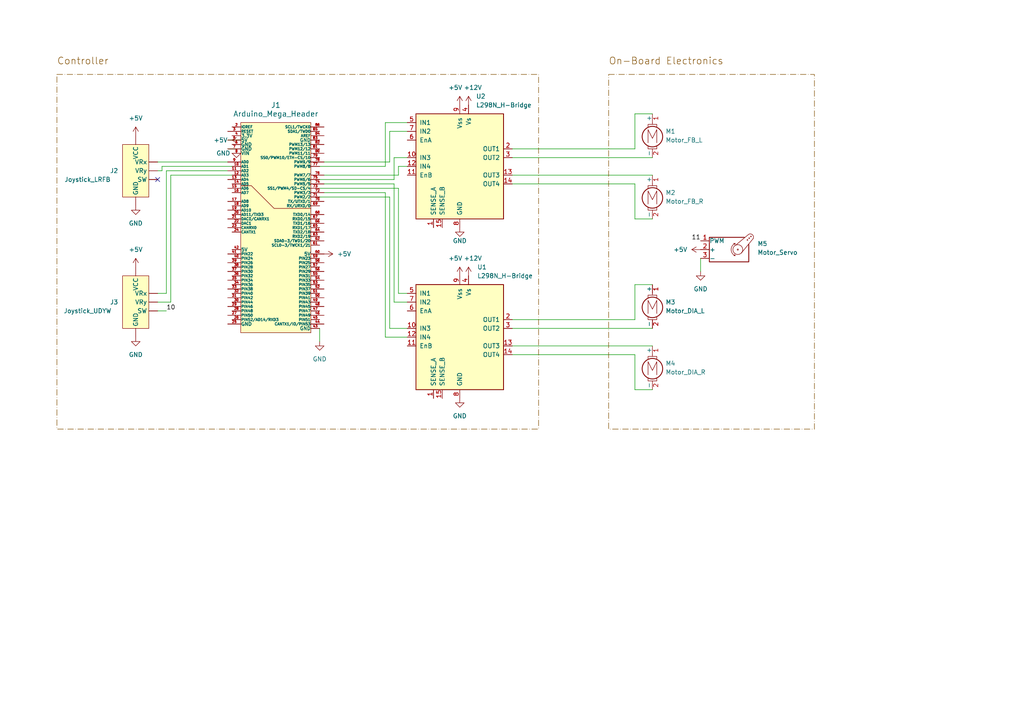
<source format=kicad_sch>
(kicad_sch (version 20230121) (generator eeschema)
  (paper "A4")
  (lib_symbols
    (symbol "Driver_Motor:L298N" (pin_names (offset 1.016))
      (property "Reference" "U" (at -10.16 16.51 0))
      (property "Value" "L298N" (at 12.7 16.51 0))
      (symbol "L298N_0_1"
        (rectangle (start -12.7 15.24) (end 12.7 -15.24) (stroke (width 0.254)) (fill (type background)))
      )
      (symbol "L298N_1_1"
        (pin power_in line (at -7.62 -17.78 90) (length 2.54) (name "SENSE_A") (number "1"))
        (pin input line (at -15.24 2.54 0) (length 2.54) (name "IN3") (number "10"))
        (pin input line (at -15.24 -2.54 0) (length 2.54) (name "EnB") (number "11"))
        (pin input line (at -15.24 0 0) (length 2.54) (name "IN4") (number "12"))
        (pin output line (at 15.24 -2.54 180) (length 2.54) (name "OUT3") (number "13"))
        (pin output line (at 15.24 -5.08 180) (length 2.54) (name "OUT4") (number "14"))
        (pin power_in line (at -5.08 -17.78 90) (length 2.54) (name "SENSE_B") (number "15"))
        (pin output line (at 15.24 5.08 180) (length 2.54) (name "OUT1") (number "2"))
        (pin output line (at 15.24 2.54 180) (length 2.54) (name "OUT2") (number "3"))
        (pin power_in line (at 2.54 17.78 270) (length 2.54) (name "Vs") (number "4"))
        (pin input line (at -15.24 12.7 0) (length 2.54) (name "IN1") (number "5"))
        (pin input line (at -15.24 7.62 0) (length 2.54) (name "EnA") (number "6"))
        (pin input line (at -15.24 10.16 0) (length 2.54) (name "IN2") (number "7"))
        (pin power_in line (at 0 -17.78 90) (length 2.54) (name "GND") (number "8"))
        (pin power_in line (at 0 17.78 270) (length 2.54) (name "Vss") (number "9"))
      )
    )
    (symbol "Motor:Motor_DC_ALT" (pin_names (offset 0))
      (property "Reference" "M" (at 2.54 2.54 0))
      (property "Value" "Motor_DC_ALT" (at 2.54 -5.08 0))
      (symbol "Motor_DC_ALT_0_0"
        (circle (center 0 -1.524) (radius 2.9718) (stroke (width 0.254)))
        (polyline (pts (xy -1.27 -4.318) (xy -1.27 -5.08) (xy 1.27 -5.08) (xy 1.27 -4.318)))
        (polyline (pts (xy -1.27 1.27) (xy -1.27 2.032) (xy 1.27 2.032) (xy 1.27 1.27)))
        (polyline (pts (xy -1.27 -3.302) (xy -1.27 0.508) (xy 0 -2.032) (xy 1.27 0.508) (xy 1.27 -3.302)))
      )
      (symbol "Motor_DC_ALT_0_1"
        (polyline (pts (xy 0 2.032) (xy 0 2.54)))
      )
      (symbol "Motor_DC_ALT_1_1"
        (pin passive line (at 0 5.08 270) (length 2.54) (name "+") (number "1"))
        (pin passive line (at 0 -7.62 90) (length 2.54) (name "-") (number "2"))
      )
    )
    (symbol "Motor:Motor_Servo" (pin_names (offset 0.0254))
      (property "Reference" "M" (at -5.08 4.445 0))
      (property "Value" "Motor_Servo" (at -5.08 -4.064 0))
      (symbol "Motor_Servo_0_1"
        (polyline (pts (xy 2.413 -1.778) (xy 2.032 -1.778)))
        (polyline (pts (xy 2.413 -1.778) (xy 2.286 -1.397)))
        (polyline (pts (xy 2.413 1.778) (xy 1.905 1.778)))
        (polyline (pts (xy 2.413 1.778) (xy 2.286 1.397)))
        (polyline (pts (xy 6.35 4.445) (xy 2.54 1.27)))
        (polyline (pts (xy 7.62 3.175) (xy 4.191 -1.016)))
        (polyline (pts (xy 5.08 3.556) (xy -5.08 3.556) (xy -5.08 -3.556) (xy 6.35 -3.556) (xy 6.35 1.524)) (stroke (width 0.254)))
        (arc (start 2.413 1.778) (mid 1.2406 0) (end 2.413 -1.778))
        (circle (center 3.175 0) (radius 0.1778))
        (circle (center 3.175 0) (radius 1.4224))
        (circle (center 5.969 2.794) (radius 0.127))
        (circle (center 6.477 3.302) (radius 0.127))
        (circle (center 6.985 3.81) (radius 0.127))
        (arc (start 7.62 3.175) (mid 7.4485 4.2735) (end 6.35 4.445))
      )
      (symbol "Motor_Servo_1_1"
        (pin passive line (at -7.62 2.54 0) (length 2.54) (name "PWM") (number "1"))
        (pin passive line (at -7.62 0 0) (length 2.54) (name "+") (number "2"))
        (pin passive line (at -7.62 -2.54 0) (length 2.54) (name "-") (number "3"))
      )
    )
    (symbol "joystick:Dual_Axis_Joystick"
      (property "Reference" "J" (at -5.08 -4.445 0))
      (property "Value" "Dual_Axis_Joystick" (at -13.335 -6.985 0))
      (symbol "Dual_Axis_Joystick_1_1"
        (rectangle (start -3.81 -1.27) (end 3.81 -16.51) (fill (type background)))
        (pin power_out line (at 0 -19.05 90) (length 2.54) (name "GND") (number ""))
        (pin output line (at 6.35 -11.43 180) (length 2.54) (name "SW") (number ""))
        (pin power_in line (at 0 1.27 270) (length 2.54) (name "VCC") (number ""))
        (pin output line (at 6.35 -6.35 180) (length 2.54) (name "VRx") (number ""))
        (pin output line (at 6.35 -8.89 180) (length 2.54) (name "VRy") (number ""))
      )
    )
    (symbol "power:+12V" (power) (pin_names (offset 0))
      (property "Value" "+12V" (at 0 3.556 0))
      (symbol "+12V_0_1"
        (polyline (pts (xy -0.762 1.27) (xy 0 2.54)))
        (polyline (pts (xy 0 0) (xy 0 2.54)))
        (polyline (pts (xy 0 2.54) (xy 0.762 1.27)))
      )
      (symbol "+12V_1_1"
        (pin power_in line (at 0 0 90) (length 0) hide (name "+12V") (number "1"))
      )
    )
    (symbol "power:+5V" (power) (pin_names (offset 0))
      (property "Value" "+5V" (at 0 3.556 0))
      (symbol "+5V_0_1"
        (polyline (pts (xy -0.762 1.27) (xy 0 2.54)))
        (polyline (pts (xy 0 0) (xy 0 2.54)))
        (polyline (pts (xy 0 2.54) (xy 0.762 1.27)))
      )
      (symbol "+5V_1_1"
        (pin power_in line (at 0 0 90) (length 0) hide (name "+5V") (number "1"))
      )
    )
    (symbol "power:GND" (power) (pin_names (offset 0))
      (property "Value" "GND" (at 0 -3.81 0))
      (symbol "GND_0_1"
        (polyline (pts (xy 0 0) (xy 0 -1.27) (xy 1.27 -1.27) (xy 0 -2.54) (xy -1.27 -1.27) (xy 0 -1.27)))
      )
      (symbol "GND_1_1"
        (pin power_in line (at 0 0 270) (length 0) hide (name "GND") (number "1"))
      )
    )
    (symbol "w_connectors:Arduino_Mega_Header" (pin_names (offset 0.0254))
      (property "Reference" "J" (at 0 31.75 0))
      (property "Value" "Arduino_Mega_Header" (at 0 -31.75 0))
      (symbol "Arduino_Mega_Header_0_1"
        (polyline (pts (xy -8.636 12.192) (xy -9.652 12.192)))
        (polyline (pts (xy 10.16 5.588) (xy -0.508 5.588) (xy -7.112 12.192) (xy -10.16 12.192)))
      )
      (symbol "Arduino_Mega_Header_1_1"
        (rectangle (start -10.16 30.48) (end 10.16 -30.48) (fill (type background)))
        (pin passive line (at -12.7 17.78 0) (length 2.54) (name "AD1") (number "10"))
        (pin passive line (at -13.97 16.51 0) (length 3.81) (name "AD2") (number "11"))
        (pin passive line (at -12.7 15.24 0) (length 2.54) (name "AD3") (number "12"))
        (pin passive line (at -13.97 13.97 0) (length 3.81) (name "AD4") (number "13"))
        (pin passive line (at -12.7 12.7 0) (length 2.54) (name "AD5") (number "14"))
        (pin passive line (at -13.97 11.43 0) (length 3.81) (name "AD6") (number "15"))
        (pin passive line (at -12.7 10.16 0) (length 2.54) (name "AD7") (number "16"))
        (pin passive line (at -13.97 7.62 0) (length 3.81) (name "AD8") (number "17"))
        (pin passive line (at -12.7 6.35 0) (length 2.54) (name "AD9") (number "18"))
        (pin passive line (at -13.97 5.08 0) (length 3.81) (name "AD10") (number "19"))
        (pin passive line (at -12.7 29.21 0) (length 2.54) (name "IOREF") (number "2"))
        (pin passive line (at -12.7 3.81 0) (length 2.54) (name "AD11/TXD3") (number "20"))
        (pin passive line (at -13.97 2.54 0) (length 3.81) (name "DAC0/CANRX1") (number "21"))
        (pin passive line (at -12.7 1.27 0) (length 2.54) (name "DAC1") (number "22"))
        (pin passive line (at -13.97 0 0) (length 3.81) (name "CANRX0") (number "23"))
        (pin passive line (at -12.7 -1.27 0) (length 2.54) (name "CANTX1") (number "24"))
        (pin passive line (at -13.97 -27.94 0) (length 3.81) (name "GND") (number "25"))
        (pin passive line (at -12.7 -26.67 0) (length 2.54) (name "PIN52/AD14/RXD3") (number "26"))
        (pin passive line (at -13.97 -25.4 0) (length 3.81) (name "PIN50") (number "27"))
        (pin passive line (at -12.7 -24.13 0) (length 2.54) (name "PIN48") (number "28"))
        (pin passive line (at -13.97 -22.86 0) (length 3.81) (name "PIN46") (number "29"))
        (pin passive line (at -13.97 27.94 0) (length 3.81) (name "RESET") (number "3"))
        (pin passive line (at -12.7 -21.59 0) (length 2.54) (name "PIN44") (number "30"))
        (pin passive line (at -13.97 -20.32 0) (length 3.81) (name "PIN42") (number "31"))
        (pin passive line (at -12.7 -19.05 0) (length 2.54) (name "PIN40") (number "32"))
        (pin passive line (at -13.97 -17.78 0) (length 3.81) (name "PIN38") (number "33"))
        (pin passive line (at -12.7 -16.51 0) (length 2.54) (name "PIN36") (number "34"))
        (pin passive line (at -13.97 -15.24 0) (length 3.81) (name "PIN34") (number "35"))
        (pin passive line (at -12.7 -13.97 0) (length 2.54) (name "PIN32") (number "36"))
        (pin passive line (at -13.97 -12.7 0) (length 3.81) (name "PIN30") (number "37"))
        (pin passive line (at -12.7 -11.43 0) (length 2.54) (name "PIN28") (number "38"))
        (pin passive line (at -13.97 -10.16 0) (length 3.81) (name "PIN26") (number "39"))
        (pin passive line (at -12.7 26.67 0) (length 2.54) (name "3.3V") (number "4"))
        (pin passive line (at -12.7 -8.89 0) (length 2.54) (name "PIN24") (number "40"))
        (pin passive line (at -13.97 -7.62 0) (length 3.81) (name "PIN22") (number "41"))
        (pin passive line (at -12.7 -6.35 0) (length 2.54) (name "5V") (number "42"))
        (pin passive line (at 12.7 -29.21 180) (length 2.54) (name "GND") (number "43"))
        (pin passive line (at 13.97 -27.94 180) (length 3.81) (name "CANTX1/IO/PIN53") (number "44"))
        (pin passive line (at 12.7 -26.67 180) (length 2.54) (name "PIN51") (number "45"))
        (pin passive line (at 13.97 -25.4 180) (length 3.81) (name "PIN49") (number "46"))
        (pin passive line (at 12.7 -24.13 180) (length 2.54) (name "PIN47") (number "47"))
        (pin passive line (at 13.97 -22.86 180) (length 3.81) (name "PIN45") (number "48"))
        (pin passive line (at 12.7 -21.59 180) (length 2.54) (name "PIN43") (number "49"))
        (pin passive line (at -13.97 25.4 0) (length 3.81) (name "5V") (number "5"))
        (pin passive line (at 13.97 -20.32 180) (length 3.81) (name "PIN41") (number "50"))
        (pin passive line (at 12.7 -19.05 180) (length 2.54) (name "PIN39") (number "51"))
        (pin passive line (at 13.97 -17.78 180) (length 3.81) (name "PIN37") (number "52"))
        (pin passive line (at 12.7 -16.51 180) (length 2.54) (name "PIN35") (number "53"))
        (pin passive line (at 13.97 -15.24 180) (length 3.81) (name "PIN33") (number "54"))
        (pin passive line (at 12.7 -13.97 180) (length 2.54) (name "PIN31") (number "55"))
        (pin passive line (at 13.97 -12.7 180) (length 3.81) (name "PIN29") (number "56"))
        (pin passive line (at 12.7 -11.43 180) (length 2.54) (name "PIN27") (number "57"))
        (pin passive line (at 13.97 -10.16 180) (length 3.81) (name "PIN25") (number "58"))
        (pin passive line (at 12.7 -8.89 180) (length 2.54) (name "PIN23") (number "59"))
        (pin passive line (at -12.7 24.13 0) (length 2.54) (name "GND") (number "6"))
        (pin passive line (at 13.97 -7.62 180) (length 3.81) (name "5V") (number "60"))
        (pin passive line (at 12.7 -5.08 180) (length 2.54) (name "SCL0-3/TWCK1/21") (number "61"))
        (pin passive line (at 13.97 -3.81 180) (length 3.81) (name "SDA0-3/TWD1/20") (number "62"))
        (pin passive line (at 12.7 -2.54 180) (length 2.54) (name "RXD2/19") (number "63"))
        (pin passive line (at 13.97 -1.27 180) (length 3.81) (name "TXD2/18") (number "64"))
        (pin passive line (at 12.7 0 180) (length 2.54) (name "RXD1/17") (number "65"))
        (pin passive line (at 13.97 1.27 180) (length 3.81) (name "TXD1/16") (number "66"))
        (pin passive line (at 12.7 2.54 180) (length 2.54) (name "RXD0/15") (number "67"))
        (pin passive line (at 13.97 3.81 180) (length 3.81) (name "TXD0/14") (number "68"))
        (pin passive line (at 12.7 6.35 180) (length 2.54) (name "RX/URXD/0") (number "69"))
        (pin passive line (at -13.97 22.86 0) (length 3.81) (name "GND") (number "7"))
        (pin passive line (at 13.97 7.62 180) (length 3.81) (name "TX/UTXD/1") (number "70"))
        (pin passive line (at 12.7 8.89 180) (length 2.54) (name "PWM2/2") (number "71"))
        (pin passive line (at 13.97 10.16 180) (length 3.81) (name "PWM3/3") (number "72"))
        (pin passive line (at 12.7 11.43 180) (length 2.54) (name "SS1/PWM4/SD-CS/4") (number "73"))
        (pin passive line (at 13.97 12.7 180) (length 3.81) (name "PWM5/5") (number "74"))
        (pin passive line (at 12.7 13.97 180) (length 2.54) (name "PWM6/6") (number "75"))
        (pin passive line (at 13.97 15.24 180) (length 3.81) (name "PWM7/7") (number "76"))
        (pin passive line (at 12.7 17.78 180) (length 2.54) (name "PWM8/8") (number "77"))
        (pin passive line (at 13.97 19.05 180) (length 3.81) (name "PWM9/9") (number "78"))
        (pin passive line (at 12.7 20.32 180) (length 2.54) (name "SS0/PWM10/ETH-CS/10") (number "79"))
        (pin passive line (at -12.7 21.59 0) (length 2.54) (name "VIN") (number "8"))
        (pin passive line (at 13.97 21.59 180) (length 3.81) (name "PWM11/11") (number "80"))
        (pin passive line (at 12.7 22.86 180) (length 2.54) (name "PWM12/12") (number "81"))
        (pin passive line (at 13.97 24.13 180) (length 3.81) (name "PWM13/13") (number "82"))
        (pin passive line (at 12.7 25.4 180) (length 2.54) (name "GND") (number "83"))
        (pin passive line (at 13.97 26.67 180) (length 3.81) (name "AREF") (number "84"))
        (pin passive line (at 12.7 27.94 180) (length 2.54) (name "SDA1/TWD0") (number "85"))
        (pin passive line (at 13.97 29.21 180) (length 3.81) (name "SCL1/TWCK0") (number "86"))
        (pin passive line (at -13.97 19.05 0) (length 3.81) (name "AD0") (number "9"))
      )
    )
  )
  (no_connect (at 45.72 52.07))
  (wire (pts (xy 184.15 53.34) (xy 184.15 63.5)))
  (wire (pts (xy 111.76 97.79) (xy 118.11 97.79)))
  (wire (pts (xy 203.2 78.74) (xy 203.2 74.93)))
  (wire (pts (xy 92.71 54.61) (xy 115.57 54.61)))
  (wire (pts (xy 148.59 43.18) (xy 184.15 43.18)))
  (wire (pts (xy 148.59 92.71) (xy 184.15 92.71)))
  (wire (pts (xy 45.72 87.63) (xy 49.53 87.63)))
  (wire (pts (xy 148.59 53.34) (xy 184.15 53.34)))
  (wire (pts (xy 114.3 53.34) (xy 114.3 87.63)))
  (wire (pts (xy 66.04 40.64) (xy 69.85 40.64)))
  (wire (pts (xy 114.3 45.72) (xy 114.3 52.07)))
  (wire (pts (xy 93.98 53.34) (xy 114.3 53.34)))
  (wire (pts (xy 92.71 57.15) (xy 113.03 57.15)))
  (wire (pts (xy 184.15 43.18) (xy 184.15 33.02)))
  (wire (pts (xy 48.26 85.09) (xy 48.26 49.53)))
  (wire (pts (xy 184.15 63.5) (xy 189.23 63.5)))
  (wire (pts (xy 184.15 33.02) (xy 189.23 33.02)))
  (wire (pts (xy 115.57 50.8) (xy 93.98 50.8)))
  (wire (pts (xy 184.15 92.71) (xy 184.15 82.55)))
  (wire (pts (xy 148.59 45.72) (xy 189.23 45.72)))
  (wire (pts (xy 148.59 102.87) (xy 184.15 102.87)))
  (wire (pts (xy 92.71 99.06) (xy 92.71 95.25)))
  (wire (pts (xy 113.03 38.1) (xy 118.11 38.1)))
  (wire (pts (xy 113.03 38.1) (xy 113.03 46.99)))
  (wire (pts (xy 46.99 48.26) (xy 67.31 48.26)))
  (wire (pts (xy 46.99 49.53) (xy 46.99 48.26)))
  (wire (pts (xy 46.99 49.53) (xy 45.72 49.53)))
  (wire (pts (xy 184.15 113.03) (xy 189.23 113.03)))
  (wire (pts (xy 148.59 100.33) (xy 189.23 100.33)))
  (wire (pts (xy 45.72 46.99) (xy 66.04 46.99)))
  (wire (pts (xy 111.76 35.56) (xy 118.11 35.56)))
  (wire (pts (xy 45.72 85.09) (xy 48.26 85.09)))
  (wire (pts (xy 115.57 54.61) (xy 115.57 85.09)))
  (wire (pts (xy 92.71 48.26) (xy 111.76 48.26)))
  (wire (pts (xy 48.26 49.53) (xy 66.04 49.53)))
  (wire (pts (xy 115.57 48.26) (xy 115.57 50.8)))
  (wire (pts (xy 115.57 85.09) (xy 118.11 85.09)))
  (wire (pts (xy 49.53 87.63) (xy 49.53 50.8)))
  (wire (pts (xy 118.11 48.26) (xy 115.57 48.26)))
  (wire (pts (xy 114.3 87.63) (xy 118.11 87.63)))
  (wire (pts (xy 111.76 35.56) (xy 111.76 48.26)))
  (wire (pts (xy 68.58 43.18) (xy 66.04 43.18)))
  (wire (pts (xy 114.3 45.72) (xy 118.11 45.72)))
  (wire (pts (xy 49.53 50.8) (xy 67.31 50.8)))
  (wire (pts (xy 184.15 82.55) (xy 189.23 82.55)))
  (wire (pts (xy 148.59 95.25) (xy 189.23 95.25)))
  (wire (pts (xy 114.3 52.07) (xy 92.71 52.07)))
  (wire (pts (xy 113.03 57.15) (xy 113.03 95.25)))
  (wire (pts (xy 111.76 55.88) (xy 111.76 97.79)))
  (wire (pts (xy 113.03 95.25) (xy 118.11 95.25)))
  (wire (pts (xy 93.98 55.88) (xy 111.76 55.88)))
  (wire (pts (xy 184.15 113.03) (xy 184.15 102.87)))
  (wire (pts (xy 93.98 46.99) (xy 113.03 46.99)))
  (wire (pts (xy 45.72 90.17) (xy 48.26 90.17)))
  (wire (pts (xy 148.59 50.8) (xy 189.23 50.8)))
  (rectangle (start 16.51 21.59) (end 156.21 124.46) (stroke (width 0) (type dash_dot) (color 128 77 0 1)))
  (rectangle (start 176.53 21.59) (end 236.22 124.46) (stroke (width 0) (type dash_dot) (color 128 77 0 1)))
  (text "On-Board Electronics" (at 176.53 19.05 0) (effects (font (size 2 2)) (justify left bottom)))
  (text "Controller" (at 16.51 19.05 0) (effects (font (size 2 2)) (justify left bottom)))
  (label "10" (at 48.26 90.17 0))
  (label "11" (at 203.2 69.85 180))
  (symbol (lib_id "power:+5V") (at 93.98 73.66 270) (unit 1)
    (property "Reference" "#PWR014" (effects hide))
    (property "Value" "+5V" (at 97.79 73.66 90) (effects (justify left)))
  )
  (symbol (lib_id "Motor:Motor_DC_ALT") (at 189.23 55.88 0) (unit 1)
    (property "Reference" "M2" (at 193.04 55.88 0) (effects (justify left)))
    (property "Value" "Motor_FB_R" (at 193.04 58.42 0) (effects (justify left)))
  )
  (symbol (lib_id "joystick:Dual_Axis_Joystick") (at 39.37 40.64 0) (unit 1)
    (property "Reference" "J2" (at 34.29 49.53 0) (effects (justify right)))
    (property "Value" "Joystick_LRFB" (at 25.4 52.07 0))
  )
  (symbol (lib_id "Motor:Motor_DC_ALT") (at 189.23 105.41 0) (unit 1)
    (property "Reference" "M4" (at 193.04 105.41 0) (effects (justify left)))
    (property "Value" "Motor_DIA_R" (at 193.04 107.95 0) (effects (justify left)))
  )
  (symbol (lib_id "power:+12V") (at 135.89 30.48 0) (unit 1)
    (property "Reference" "#PWR010" (effects hide))
    (property "Value" "+12V" (at 137.16 25.4 0))
  )
  (symbol (lib_id "Motor:Motor_Servo") (at 210.82 72.39 0) (unit 1)
    (property "Reference" "M5" (at 219.71 70.6866 0) (effects (justify left)))
    (property "Value" "Motor_Servo" (at 219.71 73.2266 0) (effects (justify left)))
    (property "Datasheet" "http://forums.parallax.com/uploads/attachments/46831/74481.png" (effects hide))
  )
  (symbol (lib_id "power:+5V") (at 39.37 77.47 0) (unit 1)
    (property "Reference" "#PWR02" (effects hide))
    (property "Value" "+5V" (at 39.37 72.39 0))
  )
  (symbol (lib_id "power:+5V") (at 69.85 40.64 90) (unit 1)
    (property "Reference" "#PWR07" (effects hide))
    (property "Value" "+5V" (at 66.04 40.64 90) (effects (justify left)))
  )
  (symbol (lib_id "power:GND") (at 203.2 78.74 0) (unit 1)
    (property "Reference" "#PWR016" (effects hide))
    (property "Value" "GND" (at 203.2 83.82 0))
  )
  (symbol (lib_id "power:GND") (at 133.35 115.57 0) (unit 1)
    (property "Reference" "#PWR05" (effects hide))
    (property "Value" "GND" (at 133.35 120.65 0))
  )
  (symbol (lib_id "power:+5V") (at 133.35 30.48 0) (unit 1)
    (property "Reference" "#PWR011" (effects hide))
    (property "Value" "+5V" (at 132.08 25.4 0))
  )
  (symbol (lib_id "power:GND") (at 133.35 66.04 0) (unit 1)
    (property "Reference" "#PWR06" (effects hide))
    (property "Value" "GND" (at 133.35 69.85 0))
  )
  (symbol (lib_id "Driver_Motor:L298N") (at 133.35 97.79 0) (unit 1)
    (property "Reference" "U1" (at 138.43 77.47 0) (effects (justify left)))
    (property "Value" "L298N_H-Bridge" (at 138.43 80.01 0) (effects (justify left)))
    (property "Footprint" "Package_TO_SOT_THT:TO-220-15_P2.54x2.54mm_StaggerOdd_Lead4.58mm_Vertical" (effects hide))
    (property "Datasheet" "http://www.st.com/st-web-ui/static/active/en/resource/technical/document/datasheet/CD00000240.pdf" (effects hide))
  )
  (symbol (lib_id "power:GND") (at 39.37 59.69 0) (unit 1)
    (property "Reference" "#PWR03" (effects hide))
    (property "Value" "GND" (at 39.37 64.77 0))
  )
  (symbol (lib_id "power:GND") (at 39.37 97.79 0) (unit 1)
    (property "Reference" "#PWR04" (effects hide))
    (property "Value" "GND" (at 39.37 102.87 0))
  )
  (symbol (lib_id "power:+5V") (at 133.35 80.01 0) (unit 1)
    (property "Reference" "#PWR012" (effects hide))
    (property "Value" "+5V" (at 132.08 74.93 0))
  )
  (symbol (lib_id "joystick:Dual_Axis_Joystick") (at 39.37 78.74 0) (unit 1)
    (property "Reference" "J3" (at 34.29 87.63 0) (effects (justify right)))
    (property "Value" "Joystick_UDYW" (at 25.4 90.17 0))
  )
  (symbol (lib_id "power:+12V") (at 135.89 80.01 0) (unit 1)
    (property "Reference" "#PWR09" (effects hide))
    (property "Value" "+12V" (at 137.16 74.93 0))
  )
  (symbol (lib_id "Motor:Motor_DC_ALT") (at 189.23 38.1 0) (unit 1)
    (property "Reference" "M1" (at 193.04 38.1 0) (effects (justify left)))
    (property "Value" "Motor_FB_L" (at 193.04 40.64 0) (effects (justify left)))
  )
  (symbol (lib_id "Driver_Motor:L298N") (at 133.35 48.26 0) (unit 1)
    (property "Reference" "U2" (at 138.0841 27.94 0) (effects (justify left)))
    (property "Value" "L298N_H-Bridge" (at 138.0841 30.48 0) (effects (justify left)))
    (property "Footprint" "Package_TO_SOT_THT:TO-220-15_P2.54x2.54mm_StaggerOdd_Lead4.58mm_Vertical" (effects hide))
    (property "Datasheet" "http://www.st.com/st-web-ui/static/active/en/resource/technical/document/datasheet/CD00000240.pdf" (effects hide))
  )
  (symbol (lib_id "w_connectors:Arduino_Mega_Header") (at 80.01 66.04 0) (unit 1)
    (property "Reference" "J1" (at 80.01 30.48 0) (effects (font (size 1.524 1.524))))
    (property "Value" "Arduino_Mega_Header" (at 80.01 33.02 0) (effects (font (size 1.524 1.524))))
  )
  (symbol (lib_id "power:+5V") (at 203.2 72.39 90) (unit 1)
    (property "Reference" "#PWR015" (effects hide))
    (property "Value" "+5V" (at 199.39 72.39 90) (effects (justify left)))
  )
  (symbol (lib_id "power:GND") (at 68.58 43.18 0) (unit 1)
    (property "Reference" "#PWR08" (effects hide))
    (property "Value" "GND" (at 64.77 44.45 0))
  )
  (symbol (lib_id "power:GND") (at 92.71 99.06 0) (unit 1)
    (property "Reference" "#PWR013" (effects hide))
    (property "Value" "GND" (at 92.71 104.14 0))
  )
  (symbol (lib_id "power:+5V") (at 39.37 39.37 0) (unit 1)
    (property "Reference" "#PWR01" (effects hide))
    (property "Value" "+5V" (at 39.37 34.29 0))
  )
  (symbol (lib_id "Motor:Motor_DC_ALT") (at 189.23 87.63 0) (unit 1)
    (property "Reference" "M3" (at 193.04 87.63 0) (effects (justify left)))
    (property "Value" "Motor_DIA_L" (at 193.04 90.17 0) (effects (justify left)))
  )
)
</source>
